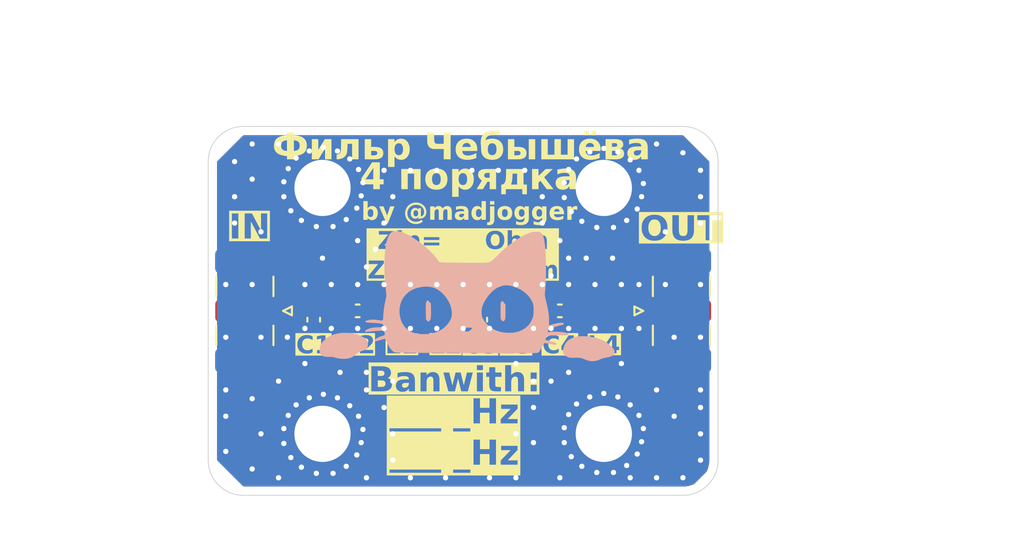
<source format=kicad_pcb>
(kicad_pcb (version 20241229) (generator "pcbnew") (generator_version "9.0")
  (layers (0 "F.Cu" signal) (2 "B.Cu" signal) (13 "F.Paste" user) (15 "B.Paste" user) (5 "F.SilkS" user "F.Silkscreen") (7 "B.SilkS" user "B.Silkscreen") (1 "F.Mask" user) (3 "B.Mask" user) (25 "Edge.Cuts" user))
  (net 0 "")
  (net 1 "Earth")
  (net 2 "Net-(J1-In)")
  (net 3 "Net-(C2-Pad2)")
  (net 4 "Net-(C3-Pad1)")
  (net 5 "Net-(C4-Pad2)")
  (net 6 "Net-(J2-In)")
  (footprint "Capacitor_SMD:C_0402_1005Metric" (layer "F.Cu") (at 176.5 109.5 -90)
    (property "Reference" "C1" (at 1.5 0 0) (layer "F.SilkS" knockout) (effects (font (thickness 0.15) (bold yes))))
    (property "Value" "2.7pF")
    (fp_line (start -0.107836 0.36) (end 0.107836 0.36) (stroke (width 0.12)) (layer "F.SilkS"))
    (fp_line (start -0.107836 -0.36) (end 0.107836 -0.36) (stroke (width 0.12)) (layer "F.SilkS"))
    (pad "1" smd roundrect (at -0.48 0 270) (size 0.56 0.62) (layers "F.Cu" "F.Mask" "F.Paste") (net 2 "Net-(J1-In)"))
    (pad "2" smd roundrect (at 0.48 0 270) (size 0.56 0.62) (layers "F.Cu" "F.Mask" "F.Paste") (net 1 "Earth"))
  )
  (footprint "Capacitor_SMD:C_0402_1005Metric" (layer "F.Cu") (at 179 109)
    (property "Reference" "C2" (at 0 2 180) (layer "F.SilkS" knockout) (effects (font (thickness 0.15) (bold yes))))
    (property "Value" "110pF")
    (fp_line (start -0.107836 -0.36) (end 0.107836 -0.36) (stroke (width 0.12)) (layer "F.SilkS"))
    (fp_line (start -0.107836 0.36) (end 0.107836 0.36) (stroke (width 0.12)) (layer "F.SilkS"))
    (pad "1" smd roundrect (at -0.48 0) (size 0.56 0.62) (layers "F.Cu" "F.Mask" "F.Paste") (net 2 "Net-(J1-In)"))
    (pad "2" smd roundrect (at 0.48 0) (size 0.56 0.62) (layers "F.Cu" "F.Mask" "F.Paste") (net 3 "Net-(C2-Pad2)"))
  )
  (footprint "Inductor_SMD:L_0402_1005Metric" (layer "F.Cu") (at 192.985 109)
    (property "Reference" "L4" (at 0.015 2 0) (layer "F.SilkS" knockout) (effects (font (thickness 0.15) (bold yes))))
    (property "Value" "6.8nH")
    (pad "1" smd roundrect (at -0.485 0) (size 0.59 0.64) (layers "F.Cu" "F.Mask" "F.Paste") (net 5 "Net-(C4-Pad2)"))
    (pad "2" smd roundrect (at 0.485 0) (size 0.59 0.64) (layers "F.Cu" "F.Mask" "F.Paste") (net 6 "Net-(J2-In)"))
  )
  (footprint "Connector_Coaxial:SMA_Samtec_SMA-J-P-H-ST-EM1_EdgeMount" (layer "F.Cu") (at 197.5 109)
    (property "Reference" "J2" (hide yes))
    (property "Value" "Conn_Coaxial")
    (fp_line (start -2.76 -0.25) (end -2.76 0.25) (stroke (width 0.12)) (layer "F.SilkS"))
    (fp_line (start -2.76 0.25) (end -2.26 0) (stroke (width 0.12)) (layer "F.SilkS"))
    (fp_line (start -2.26 0) (end -2.76 -0.25) (stroke (width 0.12)) (layer "F.SilkS"))
    (fp_line (start -1.71 -0.84) (end -1.71 -1.95) (stroke (width 0.12)) (layer "F.SilkS"))
    (fp_line (start -1.71 1.95) (end -1.71 0.84) (stroke (width 0.12)) (layer "F.SilkS"))
    (fp_line (start 1.54 -0.84) (end 1.54 -1.95) (stroke (width 0.12)) (layer "F.SilkS"))
    (fp_line (start 1.54 1.95) (end 1.54 0.84) (stroke (width 0.12)) (layer "F.SilkS"))
    (pad "1" smd roundrect (at 0 0 90) (size 1.27 3.2) (layers "F.Cu" "F.Mask") (roundrect_rratio 0.1968503937) (net 6 "Net-(J2-In)"))
    (pad "2" smd roundrect (at -0.25 -2.825 90) (size 1.35 3.7) (layers "F.Cu" "F.Mask") (roundrect_rratio 0.1851851852) (net 1 "Earth"))
    (pad "2" smd roundrect (at -0.25 -2.825 90) (size 1.35 3.7) (layers "B.Cu" "B.Mask") (roundrect_rratio 0.1851851852) (net 1 "Earth"))
    (pad "2" smd roundrect (at -0.25 2.825 90) (size 1.35 3.7) (layers "F.Cu" "F.Mask") (roundrect_rratio 0.1851851852) (net 1 "Earth"))
    (pad "2" smd roundrect (at -0.25 2.825 90) (size 1.35 3.7) (layers "B.Cu" "B.Mask") (roundrect_rratio 0.1851851852) (net 1 "Earth"))
  )
  (footprint "Inductor_SMD:L_0402_1005Metric" (layer "F.Cu") (at 181.5 109.5 -90)
    (property "Reference" "L1" (at 1.5 0 180) (layer "F.SilkS" knockout) (effects (font (thickness 0.15) (bold yes))))
    (property "Value" "430nH")
    (pad "1" smd roundrect (at -0.485 0 270) (size 0.59 0.64) (layers "F.Cu" "F.Mask" "F.Paste") (net 3 "Net-(C2-Pad2)"))
    (pad "2" smd roundrect (at 0.485 0 270) (size 0.59 0.64) (layers "F.Cu" "F.Mask" "F.Paste") (net 1 "Earth"))
  )
  (footprint "Capacitor_SMD:C_0402_1005Metric" (layer "F.Cu") (at 186 109.5 -90)
    (property "Reference" "C3" (at 1.5 0 180) (layer "F.SilkS" knockout) (effects (font (thickness 0.15) (bold yes))))
    (property "Value" "4.3pF")
    (fp_line (start -0.107836 0.36) (end 0.107836 0.36) (stroke (width 0.12)) (layer "F.SilkS"))
    (fp_line (start -0.107836 -0.36) (end 0.107836 -0.36) (stroke (width 0.12)) (layer "F.SilkS"))
    (pad "1" smd roundrect (at -0.48 0 270) (size 0.56 0.62) (layers "F.Cu" "F.Mask" "F.Paste") (net 4 "Net-(C3-Pad1)"))
    (pad "2" smd roundrect (at 0.48 0 270) (size 0.56 0.62) (layers "F.Cu" "F.Mask" "F.Paste") (net 1 "Earth"))
  )
  (footprint "Inductor_SMD:L_0402_1005Metric" (layer "F.Cu") (at 184 109)
    (property "Reference" "L2" (at 0 2 0) (layer "F.SilkS" knockout) (effects (font (thickness 0.15) (bold yes))))
    (property "Value" "11nH")
    (pad "1" smd roundrect (at -0.485 0) (size 0.59 0.64) (layers "F.Cu" "F.Mask" "F.Paste") (net 3 "Net-(C2-Pad2)"))
    (pad "2" smd roundrect (at 0.485 0) (size 0.59 0.64) (layers "F.Cu" "F.Mask" "F.Paste") (net 4 "Net-(C3-Pad1)"))
  )
  (footprint "Capacitor_SMD:C_0402_1005Metric" (layer "F.Cu") (at 190.5 109)
    (property "Reference" "C4" (at 0 2 0) (layer "F.SilkS" knockout) (effects (font (thickness 0.15) (bold yes))))
    (property "Value" "110pF")
    (fp_line (start -0.107836 -0.36) (end 0.107836 -0.36) (stroke (width 0.12)) (layer "F.SilkS"))
    (fp_line (start -0.107836 0.36) (end 0.107836 0.36) (stroke (width 0.12)) (layer "F.SilkS"))
    (pad "1" smd roundrect (at -0.48 0) (size 0.56 0.62) (layers "F.Cu" "F.Mask" "F.Paste") (net 4 "Net-(C3-Pad1)"))
    (pad "2" smd roundrect (at 0.48 0) (size 0.56 0.62) (layers "F.Cu" "F.Mask" "F.Paste") (net 5 "Net-(C4-Pad2)"))
  )
  (footprint "MountingHole:MountingHole_3.2mm_M3_DIN965_Pad_TopBottom" (layer "F.Cu") (at 177 102 180)
    (property "Reference" "H2" (hide yes))
    (property "Value" "MountingHole_M3_3.2mm_Pad")
    (pad "1" thru_hole circle (at 0 0 180) (size 3.6 3.6) (drill 3.2) (layers "*.Cu" "*.Mask") (net 1 "Earth"))
    (pad "1" connect circle (at 0 0 180) (size 5.6 5.6) (layers "F.Cu" "F.Mask") (net 1 "Earth"))
    (pad "1" connect circle (at 0 0 180) (size 5.6 5.6) (layers "B.Cu" "B.Mask") (net 1 "Earth"))
  )
  (footprint "MountingHole:MountingHole_3.2mm_M3_DIN965_Pad_TopBottom" (layer "F.Cu") (at 193 102 180)
    (property "Reference" "H4" (hide yes))
    (property "Value" "MountingHole:MountingHole_3.2mm_M3_DIN965_Pad_TopBottom")
    (pad "1" thru_hole circle (at 0 0 180) (size 3.6 3.6) (drill 3.2) (layers "*.Cu" "*.Mask") (net 1 "Earth"))
    (pad "1" connect circle (at 0 0 180) (size 5.6 5.6) (layers "F.Cu" "F.Mask") (net 1 "Earth"))
    (pad "1" connect circle (at 0 0 180) (size 5.6 5.6) (layers "B.Cu" "B.Mask") (net 1 "Earth"))
  )
  (footprint "MountingHole:MountingHole_3.2mm_M3_DIN965_Pad_TopBottom" (layer "F.Cu") (at 193 116 180)
    (property "Reference" "H3" (hide yes))
    (property "Value" "MountingHole_M3_3.2mm_Pad")
    (pad "1" thru_hole circle (at 0 0 180) (size 3.6 3.6) (drill 3.2) (layers "*.Cu" "*.Mask") (net 1 "Earth"))
    (pad "1" connect circle (at 0 0 180) (size 5.6 5.6) (layers "F.Cu" "F.Mask") (net 1 "Earth"))
    (pad "1" connect circle (at 0 0 180) (size 5.6 5.6) (layers "B.Cu" "B.Mask") (net 1 "Earth"))
  )
  (footprint "Inductor_SMD:L_0402_1005Metric" (layer "F.Cu") (at 188 109.485 -90)
    (property "Reference" "L3" (at 1.515 0 180) (layer "F.SilkS" knockout) (effects (font (thickness 0.15) (bold yes))))
    (property "Value" "270nH")
    (pad "1" smd roundrect (at -0.485 0 270) (size 0.59 0.64) (layers "F.Cu" "F.Mask" "F.Paste") (net 4 "Net-(C3-Pad1)"))
    (pad "2" smd roundrect (at 0.485 0 270) (size 0.59 0.64) (layers "F.Cu" "F.Mask" "F.Paste") (net 1 "Earth"))
  )
  (footprint "MountingHole:MountingHole_3.2mm_M3_DIN965_Pad_TopBottom" (layer "F.Cu") (at 177 116 180)
    (property "Reference" "H1" (hide yes))
    (property "Value" "MountingHole_M3_3.2mm_Pad")
    (pad "1" thru_hole circle (at 0 0 180) (size 3.6 3.6) (drill 3.2) (layers "*.Cu" "*.Mask") (net 1 "Earth"))
    (pad "1" connect circle (at 0 0 180) (size 5.6 5.6) (layers "F.Cu" "F.Mask") (net 1 "Earth"))
    (pad "1" connect circle (at 0 0 180) (size 5.6 5.6) (layers "B.Cu" "B.Mask") (net 1 "Earth"))
  )
  (footprint "Connector_Coaxial:SMA_Samtec_SMA-J-P-H-ST-EM1_EdgeMount" (layer "F.Cu") (at 172.5 109 180)
    (property "Reference" "J1" (hide yes))
    (property "Value" "Conn_Coaxial")
    (fp_line (start 1.54 1.95) (end 1.54 0.84) (stroke (width 0.12)) (layer "F.SilkS"))
    (fp_line (start 1.54 -0.84) (end 1.54 -1.95) (stroke (width 0.12)) (layer "F.SilkS"))
    (fp_line (start -1.71 1.95) (end -1.71 0.84) (stroke (width 0.12)) (layer "F.SilkS"))
    (fp_line (start -1.71 -0.84) (end -1.71 -1.95) (stroke (width 0.12)) (layer "F.SilkS"))
    (fp_line (start -2.26 0) (end -2.76 -0.25) (stroke (width 0.12)) (layer "F.SilkS"))
    (fp_line (start -2.76 0.25) (end -2.26 0) (stroke (width 0.12)) (layer "F.SilkS"))
    (fp_line (start -2.76 -0.25) (end -2.76 0.25) (stroke (width 0.12)) (layer "F.SilkS"))
    (pad "1" smd roundrect (at 0 0 270) (size 1.27 3.2) (layers "F.Cu" "F.Mask") (roundrect_rratio 0.1968503937) (net 2 "Net-(J1-In)"))
    (pad "2" smd roundrect (at -0.25 -2.825 270) (size 1.35 3.7) (layers "F.Cu" "F.Mask") (roundrect_rratio 0.1851851852) (net 1 "Earth"))
    (pad "2" smd roundrect (at -0.25 -2.825 270) (size 1.35 3.7) (layers "B.Cu" "B.Mask") (roundrect_rratio 0.1851851852) (net 1 "Earth"))
    (pad "2" smd roundrect (at -0.25 2.825 270) (size 1.35 3.7) (layers "F.Cu" "F.Mask") (roundrect_rratio 0.1851851852) (net 1 "Earth"))
    (pad "2" smd roundrect (at -0.25 2.825 270) (size 1.35 3.7) (layers "B.Cu" "B.Mask") (roundrect_rratio 0.1851851852) (net 1 "Earth"))
  )
  (footprint "LOGO" (layer "B.Cu") (at 185.5 108.5 180)
    (property "Reference" "G***" (hide yes))
    (property "Value" "LOGO" (hide yes))
    (fp_poly (pts (xy -1.712694 0.049326) (xy -1.682446 0.021801) (xy -1.631367 -0.029239) (xy -1.625191 -0.431946) (xy -1.623908 -0.557483) (xy -1.623898 -0.67525) (xy -1.625066 -0.778118) (xy -1.627322 -0.858957) (xy -1.630573 -0.910638) (xy -1.631453 -0.917654) (xy -1.654039 -0.992095) (xy -1.692998 -1.049071) (xy -1.741696 -1.083098) (xy -1.793502 -1.08869) (xy -1.823156 -1.076221) (xy -1.845523 -1.050878) (xy -1.872269 -1.007413) (xy -1.875322 -1.001576) (xy -1.885959 -0.975201) (xy -1.89394 -0.939715) (xy -1.899618 -0.889828) (xy -1.903343 -0.820251) (xy -1.905468 -0.725697) (xy -1.906343 -0.600876) (xy -1.906423 -0.533543) (xy -1.906423 -0.126219) (xy -1.849515 -0.069311) (xy -1.814201 -0.030063) (xy -1.794256 -0.000267) (xy -1.792607 0.005703) (xy -1.779547 0.031547) (xy -1.763066 0.048326) (xy -1.739054 0.060318)) (fill yes) (layer "B.SilkS"))
    (fp_poly (pts (xy 2.559592 0.062006) (xy 2.581063 0.033933) (xy 2.597717 0.000422) (xy 2.610039 -0.043229) (xy 2.618516 -0.101722) (xy 2.623633 -0.179759) (xy 2.625875 -0.282041) (xy 2.625728 -0.413271) (xy 2.623937 -0.561125) (xy 2.617774 -0.970496) (xy 2.564643 -1.040102) (xy 2.530388 -1.081527) (xy 2.504727 -1.106409) (xy 2.49825 -1.109637) (xy 2.474719 -1.10056) (xy 2.433837 -1.078297) (xy 2.425327 -1.073187) (xy 2.392216 -1.048889) (xy 2.370732 -1.018346) (xy 2.355412 -0.970549) (xy 2.343007 -0.907276) (xy 2.334093 -0.829978) (xy 2.328256 -0.720826) (xy 2.325696 -0.585795) (xy 2.326612 -0.430862) (xy 2.326792 -0.420504) (xy 2.329305 -0.295142) (xy 2.332092 -0.202304) (xy 2.335777 -0.136579) (xy 2.340989 -0.092554) (xy 2.348353 -0.064816) (xy 2.358496 -0.047952) (xy 2.371172 -0.037147) (xy 2.404009 -0.01309) (xy 2.43043 0.012058) (xy 2.463291 0.051049) (xy 2.475565 0.066393) (xy 2.513327 0.113817)) (fill yes) (layer "B.SilkS"))
    (fp_poly (pts (xy -6.122278 -1.945964) (xy -6.000915 -1.955903) (xy -5.908962 -1.970935) (xy -5.791871 -2.008009) (xy -5.664383 -2.064152) (xy -5.542732 -2.131414) (xy -5.451597 -2.194932) (xy -5.358047 -2.292296) (xy -5.280155 -2.418759) (xy -5.221412 -2.567487) (xy -5.188512 -2.710202) (xy -5.178755 -2.797429) (xy -5.184743 -2.864195) (xy -5.210746 -2.922512) (xy -5.26103 -2.984389) (xy -5.29987 -3.023597) (xy -5.372445 -3.085967) (xy -5.446991 -3.130007) (xy -5.53121 -3.157795) (xy -5.632801 -3.171414) (xy -5.759462 -3.172942) (xy -5.83999 -3.169529) (xy -5.983946 -3.164732) (xy -6.101494 -3.169308) (xy -6.203395 -3.185034) (xy -6.300411 -3.213689) (xy -6.403303 -3.257049) (xy -6.421136 -3.265521) (xy -6.538528 -3.313328) (xy -6.652658 -3.344329) (xy -6.686707 -3.349886) (xy -6.752129 -3.357958) (xy -6.802327 -3.362198) (xy -6.849694 -3.362562) (xy -6.906621 -3.359007) (xy -6.9855 -3.351489) (xy -7.012464 -3.348744) (xy -7.131653 -3.325591) (xy -7.254982 -3.277874) (xy -7.278035 -3.266701) (xy -7.37209 -3.225634) (xy -7.474642 -3.193457) (xy -7.598699 -3.16628) (xy -7.636532 -3.159474) (xy -7.788752 -3.129015) (xy -7.906654 -3.095219) (xy -7.993848 -3.055587) (xy -8.053945 -3.007623) (xy -8.090556 -2.948827) (xy -8.107293 -2.876703) (xy -8.10934 -2.832427) (xy -8.102804 -2.769571) (xy -8.080377 -2.709698) (xy -8.037653 -2.644992) (xy -7.970225 -2.567638) (xy -7.945507 -2.541812) (xy -7.750722 -2.368282) (xy -7.531812 -2.223808) (xy -7.289369 -2.108665) (xy -7.023985 -2.023128) (xy -6.736254 -1.967471) (xy -6.696192 -1.962318) (xy -6.558701 -1.949602) (xy -6.410799 -1.942708) (xy -6.262116 -1.94153)) (fill yes) (layer "B.SilkS"))
    (fp_poly (pts (xy 7.51722 -1.769342) (xy 7.748398 -1.810929) (xy 7.95392 -1.875996) (xy 8.010031 -1.900016) (xy 8.20256 -2.005026) (xy 8.366378 -2.130163) (xy 8.499281 -2.273474) (xy 8.588634 -2.412544) (xy 8.623201 -2.481084) (xy 8.644235 -2.534681) (xy 8.65507 -2.587631) (xy 8.65904 -2.654231) (xy 8.659522 -2.7164) (xy 8.658604 -2.799255) (xy 8.654112 -2.855393) (xy 8.643438 -2.896023) (xy 8.623971 -2.932356) (xy 8.601998 -2.963576) (xy 8.552023 -3.022501) (xy 8.497239 -3.065154) (xy 8.430667 -3.093893) (xy 8.345327 -3.11108) (xy 8.234241 -3.119073) (xy 8.138043 -3.120463) (xy 8.030508 -3.121363) (xy 7.95006 -3.125) (xy 7.885872 -3.132778) (xy 7.827117 -3.146101) (xy 7.762966 -3.166373) (xy 7.750417 -3.170725) (xy 7.631268 -3.201733) (xy 7.489479 -3.221976) (xy 7.337778 -3.230981) (xy 7.188892 -3.228275) (xy 7.055548 -3.213387) (xy 6.990216 -3.198947) (xy 6.871343 -3.160692) (xy 6.780421 -3.118183) (xy 6.707471 -3.066199) (xy 6.67226 -3.032581) (xy 6.547328 -2.923993) (xy 6.40475 -2.836422) (xy 6.256482 -2.776883) (xy 6.220027 -2.767224) (xy 6.112327 -2.735621) (xy 6.03536 -2.696406) (xy 5.981991 -2.644242) (xy 5.945082 -2.573796) (xy 5.93911 -2.557226) (xy 5.912301 -2.430552) (xy 5.921765 -2.311011) (xy 5.968109 -2.195378) (xy 6.022209 -2.115803) (xy 6.069489 -2.06675) (xy 6.134003 -2.020446) (xy 6.224124 -1.971167) (xy 6.257312 -1.954992) (xy 6.340459 -1.916719) (xy 6.419788 -1.882704) (xy 6.483372 -1.857956) (xy 6.506497 -1.850342) (xy 6.624298 -1.81743) (xy 6.718458 -1.794197) (xy 6.801326 -1.778313) (xy 6.885246 -1.767443) (xy 6.982567 -1.759256) (xy 6.992179 -1.758587) (xy 7.263957 -1.751729)) (fill yes) (layer "B.SilkS"))
    (fp_poly (pts (xy 4.419144 4.035725) (xy 4.505853 4.017816) (xy 4.543166 4.00148) (xy 4.622185 3.937072) (xy 4.695399 3.843614) (xy 4.756678 3.729994) (xy 4.788325 3.645998) (xy 4.811793 3.572217) (xy 4.833137 3.506959) (xy 4.84796 3.46365) (xy 4.848594 3.461912) (xy 4.871387 3.381288) (xy 4.893394 3.268436) (xy 4.914061 3.129067) (xy 4.932836 2.968893) (xy 4.949164 2.793622) (xy 4.962492 2.608967) (xy 4.972266 2.420638) (xy 4.977933 2.234345) (xy 4.979155 2.115086) (xy 4.978202 1.95142) (xy 4.974671 1.789938) (xy 4.968198 1.624175) (xy 4.958414 1.447669) (xy 4.944955 1.253955) (xy 4.927455 1.03657) (xy 4.905546 0.78905) (xy 4.901619 0.746351) (xy 4.863675 0.335569) (xy 4.903424 0.1583) (xy 4.923508 0.069174) (xy 4.943014 -0.01664) (xy 4.958741 -0.085079) (xy 4.96323 -0.104331) (xy 4.97982 -0.189358) (xy 4.997046 -0.302769) (xy 5.013787 -0.435047) (xy 5.028919 -0.576678) (xy 5.04132 -0.718147) (xy 5.048807 -0.82991) (xy 5.053179 -0.921942) (xy 5.058353 -0.985867) (xy 5.070292 -1.025798) (xy 5.094961 -1.045848) (xy 5.138325 -1.050131) (xy 5.206348 -1.042761) (xy 5.304996 -1.027851) (xy 5.330395 -1.024113) (xy 5.483779 -1.005258) (xy 5.611868 -0.997841) (xy 5.725534 -1.001841) (xy 5.83565 -1.017237) (xy 5.86504 -1.023104) (xy 5.953069 -1.042566) (xy 6.010186 -1.058424) (xy 6.042855 -1.073595) (xy 6.057538 -1.090995) (xy 6.060716 -1.111376) (xy 6.058979 -1.127115) (xy 6.050772 -1.139495) (xy 6.031602 -1.149251) (xy 5.996976 -1.157119) (xy 5.942401 -1.163835) (xy 5.863384 -1.170135) (xy 5.755431 -1.176755) (xy 5.614936 -1.184383) (xy 5.452913 -1.194022) (xy 5.324637 -1.204446) (xy 5.225916 -1.21655) (xy 5.15256 -1.231227) (xy 5.100377 -1.249374) (xy 5.065176 -1.271885) (xy 5.042764 -1.299654) (xy 5.038729 -1.307397) (xy 5.022627 -1.347141) (xy 5.020533 -1.376762) (xy 5.036594 -1.398054) (xy 5.074954 -1.41281) (xy 5.139759 -1.422824) (xy 5.235155 -1.429891) (xy 5.332391 -1.434465) (xy 5.437943 -1.439613) (xy 5.535204 -1.445733) (xy 5.615374 -1.452173) (xy 5.669653 -1.458281) (xy 5.681329 -1.460309) (xy 5.794346 -1.489551) (xy 5.896176 -1.525802) (xy 5.980944 -1.566067) (xy 6.042774 -1.607351) (xy 6.075791 -1.64666) (xy 6.079686 -1.663322) (xy 6.077041 -1.684741) (xy 6.063372 -1.695233) (xy 6.030074 -1.696775) (xy 5.968543 -1.691342) (xy 5.961127 -1.690558) (xy 5.797343 -1.673459) (xy 5.661725 -1.660121) (xy 5.544775 -1.649738) (xy 5.436998 -1.641504) (xy 5.328896 -1.634612) (xy 5.252683 -1.630403) (xy 5.004246 -1.617334) (xy 4.975438 -1.731695) (xy 4.962447 -1.795621) (xy 4.957753 -1.846358) (xy 4.961213 -1.869649) (xy 4.985712 -1.885561) (xy 5.03677 -1.905606) (xy 5.1039 -1.925739) (xy 5.112194 -1.927882) (xy 5.203587 -1.95783) (xy 5.30429 -2.001188) (xy 5.384341 -2.043625) (xy 5.454927 -2.088145) (xy 5.497842 -2.122312) (xy 5.519598 -2.152242) (xy 5.526091 -2.176816) (xy 5.525256 -2.207184) (xy 5.510828 -2.224173) (xy 5.477753 -2.227951) (xy 5.420978 -2.218685) (xy 5.335447 -2.196542) (xy 5.293435 -2.18452) (xy 5.164474 -2.148114) (xy 5.059164 -2.120597) (xy 4.981512 -2.102952) (xy 4.935522 -2.096161) (xy 4.933145 -2.096116) (xy 4.91325 -2.113347) (xy 4.885657 -2.161258) (xy 4.853516 -2.234171) (xy 4.846297 -2.252613) (xy 4.810307 -2.34129) (xy 4.770193 -2.432295) (xy 4.73376 -2.50803) (xy 4.728714 -2.517706) (xy 4.677352 -2.599998) (xy 4.611819 -2.684104) (xy 4.540147 -2.761406) (xy 4.470367 -2.823283) (xy 4.410511 -2.861118) (xy 4.407493 -2.862402) (xy 4.395047 -2.86547) (xy 4.372224 -2.868332) (xy 4.337611 -2.871003) (xy 4.289798 -2.873494) (xy 4.227375 -2.875819) (xy 4.148929 -2.877992) (xy 4.053051 -2.880026) (xy 3.938329 -2.881933) (xy 3.803353 -2.883727) (xy 3.646711 -2.885421) (xy 3.466993 -2.887028) (xy 3.262788 -2.888562) (xy 3.032684 -2.890035) (xy 2.775271 -2.891461) (xy 2.489138 -2.892853) (xy 2.172874 -2.894224) (xy 1.825068 -2.895587) (xy 1.444309 -2.896955) (xy 1.029187 -2.898342) (xy 0.578289 -2.899761) (xy 0.322479 -2.900536) (xy -0.142641 -2.901905) (xy -0.571293 -2.90311) (xy -0.964945 -2.904146) (xy -1.325068 -2.905007) (xy -1.653132 -2.905688) (xy -1.950605 -2.906182) (xy -2.218958 -2.906484) (xy -2.45966 -2.906588) (xy -2.674182 -2.906489) (xy -2.863992 -2.90618) (xy -3.030561 -2.905656) (xy -3.175358 -2.904912) (xy -3.299852 -2.903941) (xy -3.405514 -2.902738) (xy -3.493814 -2.901297) (xy -3.56622 -2.899612) (xy -3.624203 -2.897678) (xy -3.669232 -2.895489) (xy -3.702777 -2.89304) (xy -3.726307 -2.890323) (xy -3.741293 -2.887335) (xy -3.748215 -2.88469) (xy -3.790041 -2.854157) (xy -3.832947 -2.807436) (xy -3.880378 -2.739666) (xy -3.935781 -2.645983) (xy -3.994167 -2.537673) (xy -4.0361 -2.460212) (xy -4.073389 -2.396026) (xy -4.101757 -2.35218) (xy -4.116254 -2.335897) (xy -4.146804 -2.334911) (xy -4.208271 -2.34134) (xy -4.294569 -2.354228) (xy -4.39961 -2.372617) (xy -4.517308 -2.395552) (xy -4.582698 -2.409215) (xy -4.680496 -2.427499) (xy -4.747166 -2.432801) (xy -4.787433 -2.424547) (xy -4.806023 -2.402161) (xy -4.808738 -2.381689) (xy -4.798386 -2.3475) (xy -4.764533 -2.317468) (xy -4.702983 -2.28933) (xy -4.609538 -2.260827) (xy -4.562136 -2.248778) (xy -4.480718 -2.22838) (xy -4.40662 -2.208919) (xy -4.352744 -2.193809) (xy -4.342642 -2.190696) (xy -4.287238 -2.177128) (xy -4.242457 -2.171994) (xy -4.204575 -2.160644) (xy -4.189673 -2.143707) (xy -4.18936 -2.106611) (xy -4.202947 -2.051302) (xy -4.225271 -1.991518) (xy -4.251168 -1.940995) (xy -4.275477 -1.913474) (xy -4.276354 -1.913041) (xy -4.302245 -1.909407) (xy -4.361106 -1.905774) (xy -4.447967 -1.902302) (xy -4.557859 -1.899148) (xy -4.685813 -1.896473) (xy -4.826859 -1.894433) (xy -4.874236 -1.893938) (xy -5.018135 -1.892278) (xy -5.150268 -1.890185) (xy -5.265724 -1.887782) (xy -5.35959 -1.88519) (xy -5.426955 -1.882534) (xy -5.462906 -1.879936) (xy -5.467029 -1.879117) (xy -5.489304 -1.854665) (xy -5.484583 -1.818669) (xy -5.464733 -1.793893) (xy -5.413331 -1.767049) (xy -5.330835 -1.742731) (xy -5.224045 -1.721631) (xy -5.09976 -1.704442) (xy -4.964782 -1.691859) (xy -4.825911 -1.684573) (xy -4.689946 -1.683277) (xy -4.563687 -1.688666) (xy -4.496723 -1.695234) (xy -4.405907 -1.704852) (xy -4.347492 -1.705389) (xy -4.316588 -1.694762) (xy -4.308309 -1.670893) (xy -4.317767 -1.631702) (xy -4.321761 -1.620769) (xy -4.343795 -1.586809) (xy -4.386393 -1.552824) (xy -4.453528 -1.516713) (xy -4.549175 -1.476378) (xy -4.677308 -1.429719) (xy -4.694922 -1.423641) (xy -4.797003 -1.388807) (xy -4.87196 -1.364077) (xy -4.928468 -1.346985) (xy -4.975197 -1.335066) (xy -5.020821 -1.325853) (xy -5.065642 -1.318238) (xy -5.147216 -1.298619) (xy -5.202257 -1.272472) (xy -5.228109 -1.24299) (xy -5.222116 -1.213365) (xy -5.181622 -1.186789) (xy -5.176653 -1.18483) (xy -5.126086 -1.177229) (xy -5.047592 -1.179166) (xy -4.949557 -1.18919) (xy -4.840367 -1.20585) (xy -4.728407 -1.227694) (xy -4.622064 -1.25327) (xy -4.529721 -1.281127) (xy -4.462463 -1.308451) (xy -4.419536 -1.325151) (xy -4.391417 -1.327707) (xy -4.390197 -1.327105) (xy -4.384794 -1.305342) (xy -4.382389 -1.25405) (xy -4.383152 -1.181533) (xy -4.385927 -1.11781) (xy -4.388166 -0.953986) (xy -4.37668 -0.774233) (xy -4.350885 -0.574376) (xy -4.334427 -0.483719) (xy -3.506448 -0.483719) (xy -3.504466 -0.598536) (xy -3.500571 -0.68447) (xy -3.493674 -0.750568) (xy -3.482685 -0.805877) (xy -3.466515 -0.859444) (xy -3.458475 -0.882076) (xy -3.387665 -1.051165) (xy -3.307545 -1.192364) (xy -3.212178 -1.315572) (xy -3.174065 -1.35631) (xy -3.012306 -1.494911) (xy -2.827597 -1.60449) (xy -2.62218 -1.684397) (xy -2.398291 -1.733983) (xy -2.158169 -1.752597) (xy -1.904054 -1.73959) (xy -1.868484 -1.735336) (xy -1.750474 -1.718071) (xy -1.645512 -1.698523) (xy -1.561615 -1.678394) (xy -1.506803 -1.659389) (xy -1.503581 -1.657797) (xy -1.464691 -1.643324) (xy -1.448296 -1.640851) (xy -1.411123 -1.631276) (xy -1.350858 -1.605619) (xy -1.276212 -1.568482) (xy -1.195898 -1.524465) (xy -1.13586 -1.488496) (xy -0.009485 -1.488496) (xy 0.005076 -1.516472) (xy 0.042498 -1.556223) (xy 0.093388 -1.599548) (xy 0.148352 -1.638243) (xy 0.185592 -1.658828) (xy 0.260774 -1.682057) (xy 0.32742 -1.674037) (xy 0.393216 -1.632789) (xy 0.431655 -1.595405) (xy 0.476354 -1.544047) (xy 0.497318 -1.507474) (xy 0.491722 -1.482984) (xy 0.45674 -1.467873) (xy 0.389549 -1.45944) (xy 0.287322 -1.45498) (xy 0.284807 -1.45491) (xy 0.164251 -1.453232) (xy 0.078043 -1.45611) (xy 0.022822 -1.463926) (xy -0.004772 -1.477065) (xy -0.009485 -1.488496) (xy -1.13586 -1.488496) (xy -1.118628 -1.478172) (xy -1.053113 -1.434203) (xy -1.043316 -1.426947) (xy -0.87256 -1.278895) (xy -0.731557 -1.116036) (xy -0.62365 -0.942432) (xy -0.595265 -0.882076) (xy -0.565757 -0.782395) (xy -0.559033 -0.730115) (xy 1.143107 -0.730115) (xy 1.150896 -0.796713) (xy 1.170311 -0.866828) (xy 1.199809 -0.946879) (xy 1.234567 -1.02614) (xy 1.269759 -1.093884) (xy 1.30056 -1.139383) (xy 1.308656 -1.147455) (xy 1.332788 -1.177791) (xy 1.337341 -1.193618) (xy 1.350727 -1.218207) (xy 1.386584 -1.261026) (xy 1.438463 -1.315751) (xy 1.499912 -1.376059) (xy 1.564482 -1.435626) (xy 1.625721 -1.488129) (xy 1.677179 -1.527245) (xy 1.67879 -1.528339) (xy 1.787351 -1.596447) (xy 1.89847 -1.654265) (xy 2.024093 -1.707443) (xy 2.162509 -1.757044) (xy 2.267456 -1.783718) (xy 2.39892 -1.803819) (xy 2.547875 -1.817188) (xy 2.705298 -1.823666) (xy 2.862165 -1.823095) (xy 3.00945 -1.815316) (xy 3.13813 -1.800171) (xy 3.239181 -1.777502) (xy 3.243764 -1.776032) (xy 3.445774 -1.696323) (xy 3.616031 -1.599154) (xy 3.757423 -1.482529) (xy 3.872839 -1.344454) (xy 3.876444 -1.339208) (xy 3.989202 -1.141024) (xy 4.06717 -0.927797) (xy 4.110362 -0.699473) (xy 4.118789 -0.455997) (xy 4.109025 -0.319481) (xy 4.068016 -0.108452) (xy 3.992647 0.091084) (xy 3.885752 0.274883) (xy 3.750165 0.438695) (xy 3.588719 0.578275) (xy 3.452465 0.664451) (xy 3.344772 0.720771) (xy 3.251916 0.762523) (xy 3.160473 0.79445) (xy 3.057022 0.821297) (xy 2.940291 0.845474) (xy 2.712202 0.877418) (xy 2.503912 0.880473) (xy 2.310201 0.854268) (xy 2.125851 0.798436) (xy 2.094383 0.785684) (xy 1.925094 0.696053) (xy 1.761032 0.574093) (xy 1.606934 0.42541) (xy 1.467534 0.255611) (xy 1.347569 0.070303) (xy 1.251773 -0.124908) (xy 1.198456 -0.275056) (xy 1.172119 -0.385221) (xy 1.153372 -0.505938) (xy 1.14333 -0.624979) (xy 1.143107 -0.730115) (xy -0.559033 -0.730115) (xy -0.549936 -0.659384) (xy -0.547798 -0.525094) (xy -0.559339 -0.391577) (xy -0.584557 -0.270885) (xy -0.595451 -0.237117) (xy -0.676493 -0.04671) (xy -0.780608 0.14111) (xy -0.902956 0.320402) (xy -1.038696 0.485225) (xy -1.182987 0.629638) (xy -1.330989 0.747698) (xy -1.461167 0.825428) (xy -1.639249 0.901019) (xy -1.807619 0.944416) (xy -1.974845 0.956673) (xy -2.149494 0.938842) (xy -2.235795 0.920557) (xy -2.496263 0.840576) (xy -2.733052 0.733007) (xy -2.944772 0.598812) (xy -3.130035 0.438953) (xy -3.287452 0.254393) (xy -3.364074 0.138699) (xy -3.418665 0.041161) (xy -3.457985 -0.04829) (xy -3.484208 -0.139158) (xy -3.499509 -0.240948) (xy -3.506061 -0.363163) (xy -3.506448 -0.483719) (xy -4.334427 -0.483719) (xy -4.310194 -0.350235) (xy -4.254022 -0.097636) (xy -4.227854 0.009248) (xy -4.200705 0.122027) (xy -4.177276 0.227615) (xy -4.159136 0.318271) (xy -4.14785 0.386256) (xy -4.14481 0.419388) (xy -4.147069 0.466866) (xy -4.153265 0.542571) (xy -4.162522 0.637097) (xy -4.173968 0.74104) (xy -4.177446 0.770559) (xy -4.187364 0.87857) (xy -4.195576 1.018772) (xy -4.202084 1.185456) (xy -4.206887 1.372914) (xy -4.209986 1.575436) (xy -4.211383 1.787312) (xy -4.211076 2.002835) (xy -4.209067 2.216295) (xy -4.205356 2.421983) (xy -4.199944 2.61419) (xy -4.192831 2.787207) (xy -4.184018 2.935324) (xy -4.177253 3.016844) (xy -4.155528 3.226586) (xy -4.133525 3.401952) (xy -4.110246 3.546496) (xy -4.084692 3.663776) (xy -4.055865 3.757347) (xy -4.022767 3.830763) (xy -3.984399 3.887582) (xy -3.939763 3.931358) (xy -3.915503 3.948991) (xy -3.876573 3.973084) (xy -3.840873 3.98862) (xy -3.798609 3.997463) (xy -3.739982 4.001476) (xy -3.655199 4.002522) (xy -3.634022 4.00254) (xy -3.533124 4.000487) (xy -3.447158 3.992641) (xy -3.366866 3.976475) (xy -3.282991 3.949459) (xy -3.186275 3.909064) (xy -3.067461 3.85276) (xy -3.044586 3.841517) (xy -2.898095 3.767189) (xy -2.76596 3.695042) (xy -2.639527 3.61969) (xy -2.510144 3.535749) (xy -2.369158 3.437832) (xy -2.209933 3.322046) (xy -2.101077 3.23994) (xy -1.999978 3.159582) (xy -1.900524 3.075574) (xy -1.796601 2.98252) (xy -1.682097 2.875022) (xy -1.550897 2.747685) (xy -1.479612 2.677354) (xy -1.379505 2.578237) (xy -1.302197 2.502075) (xy -1.243517 2.445139) (xy -1.199292 2.403704) (xy -1.165352 2.37404) (xy -1.137526 2.352422) (xy -1.111641 2.335121) (xy -1.083527 2.318409) (xy -1.067822 2.309392) (xy -1.039675 2.294237) (xy -1.00998 2.281147) (xy -0.975952 2.270002) (xy -0.934806 2.26068) (xy -0.883755 2.253061) (xy -0.820014 2.247023) (xy -0.740797 2.242445) (xy -0.643318 2.239206) (xy -0.524792 2.237185) (xy -0.382434 2.23626) (xy -0.213457 2.236311) (xy -0.015075 2.237216) (xy 0.215496 2.238855) (xy 0.481043 2.241106) (xy 0.498892 2.241264) (xy 0.751293 2.243547) (xy 0.968547 2.245644) (xy 1.153444 2.247654) (xy 1.308774 2.249679) (xy 1.437328 2.251819) (xy 1.541896 2.254174) (xy 1.625269 2.256846) (xy 1.690236 2.259934) (xy 1.739589 2.26354) (xy 1.776117 2.267763) (xy 1.802611 2.272705) (xy 1.821861 2.278466) (xy 1.836658 2.285146) (xy 1.844772 2.289766) (xy 1.884625 2.317268) (xy 1.905515 2.338581) (xy 1.906422 2.341658) (xy 1.91304 2.357695) (xy 1.934606 2.389777) (xy 1.973689 2.441324) (xy 2.032856 2.515752) (xy 2.092507 2.589321) (xy 2.143175 2.647417) (xy 2.214949 2.724313) (xy 2.300982 2.813158) (xy 2.394425 2.9071) (xy 2.488433 2.999288) (xy 2.576157 3.082872) (xy 2.650751 3.151001) (xy 2.674682 3.171798) (xy 2.836309 3.303253) (xy 3.008818 3.432444) (xy 3.187171 3.556332) (xy 3.366329 3.671881) (xy 3.541256 3.776051) (xy 3.706911 3.865805) (xy 3.858258 3.938106) (xy 3.990258 3.989916) (xy 4.068932 4.012473) (xy 4.191427 4.033269) (xy 4.31125 4.040948)) (fill yes) (layer "B.SilkS"))
  )
  (gr_line (start 197.5 119.5) (end 172.5 119.5) (stroke (width 0.05)) (layer "Edge.Cuts"))
  (gr_line (start 172.5 98.5) (end 197.5 98.5) (stroke (width 0.05)) (layer "Edge.Cuts"))
  (gr_arc (start 197.5 98.5) (mid 198.914214 99.085786) (end 199.5 100.5) (stroke (width 0.05)) (layer "Edge.Cuts"))
  (gr_arc (start 199.5 117.5) (mid 198.914214 118.914214) (end 197.5 119.5) (stroke (width 0.05)) (layer "Edge.Cuts"))
  (gr_arc (start 170.5 100.5) (mid 171.085786 99.085786) (end 172.5 98.5) (stroke (width 0.05)) (layer "Edge.Cuts"))
  (gr_arc (start 172.5 119.5) (mid 171.085786 118.914214) (end 170.5 117.5) (stroke (width 0.05)) (layer "Edge.Cuts"))
  (gr_line (start 199.5 100.5) (end 199.5 117.5) (stroke (width 0.05)) (layer "Edge.Cuts"))
  (gr_line (start 170.5 117.5) (end 170.5 100.5) (stroke (width 0.05)) (layer "Edge.Cuts"))
  (gr_text "Фильр Чебышёва" (at 184.9 99.75 0) (layer "F.SilkS") (effects (font (size 1.5 1.5) (thickness 0.15) (bold yes))))
  (gr_text "___ _Hz\n___ _Hz" (at 184.5 116 0) (layer "F.SilkS" knockout) (effects (font (size 1.4 1.4) (thickness 0.2) (bold yes))))
  (gr_text "OUT" (at 197.35 104.4 0) (layer "F.SilkS" knockout) (effects (font (size 1.4 1.4) (thickness 0.2) (bold yes))))
  (gr_text "4 порядка" (at 185.35 101.45 0) (layer "F.SilkS") (effects (font (size 1.5 1.5) (thickness 0.15) (bold yes))))
  (gr_text "by @madjogger" (at 185.35 103.4 0) (layer "F.SilkS") (effects (font (size 1 1) (thickness 0.2) (bold yes))))
  (gr_text "Banwith:" (at 184.5 113 0) (layer "F.SilkS" knockout) (effects (font (size 1.4 1.4) (thickness 0.2) (bold yes))))
  (gr_text "Zin=     Ohm\nZout=     Ohm" (at 185 105.9 0) (layer "F.SilkS" knockout) (effects (font (size 1 1) (thickness 0.2) (bold yes))))
  (gr_text "IN" (at 172.85 104.3 0) (layer "F.SilkS" knockout) (effects (font (size 1.4 1.4) (thickness 0.2) (bold yes))))
  (via (at 188 107.5) (size 0.6) (drill 0.3) (layers "F.Cu" "B.Cu") (net 1))
  (via (at 192.6 118.2) (size 0.6) (drill 0.3) (layers "F.Cu" "B.Cu") (net 1))
  (via (at 175.2 117.35) (size 0.6) (drill 0.3) (layers "F.Cu" "B.Cu") (net 1))
  (via (at 176 112) (size 0.6) (drill 0.3) (layers "F.Cu" "B.Cu") (net 1))
  (via (at 198.5 101) (size 0.6) (drill 0.3) (layers "F.Cu" "B.Cu") (net 1))
  (via (at 179.2 116.5) (size 0.6) (drill 0.3) (layers "F.Cu" "B.Cu") (net 1))
  (via (at 171.5 115) (size 0.6) (drill 0.3) (layers "F.Cu" "B.Cu") (net 1))
  (via (at 193.8 99.95) (size 0.6) (drill 0.3) (layers "F.Cu" "B.Cu") (net 1))
  (via (at 198.5 107.5) (size 0.6) (drill 0.3) (layers "F.Cu" "B.Cu") (net 1))
  (via (at 176 110) (size 0.6) (drill 0.3) (layers "F.Cu" "B.Cu") (net 1))
  (via (at 173 107.5) (size 0.6) (drill 0.3) (layers "F.Cu" "B.Cu") (net 1))
  (via (at 194.5 114.35) (size 0.6) (drill 0.3) (layers "F.Cu" "B.Cu") (net 1))
  (via (at 174.8 116.55) (size 0.6) (drill 0.3) (layers "F.Cu" "B.Cu") (net 1))
  (via (at 192.5 107.5) (size 0.6) (drill 0.3) (layers "F.Cu" "B.Cu") (net 1))
  (via (at 181 102.5) (size 0.6) (drill 0.3) (layers "F.Cu" "B.Cu") (net 1))
  (via (at 181 116) (size 0.6) (drill 0.3) (layers "F.Cu" "B.Cu") (net 1))
  (via (at 176.25 99.9) (size 0.6) (drill 0.3) (layers "F.Cu" "B.Cu") (net 1))
  (via (at 179.5 112.5) (size 0.6) (drill 0.3) (layers "F.Cu" "B.Cu") (net 1))
  (via (at 194 110) (size 0.6) (drill 0.3) (layers "F.Cu" "B.Cu") (net 1))
  (via (at 188 112) (size 0.6) (drill 0.3) (layers "F.Cu" "B.Cu") (net 1))
  (via (at 175.2 103.3) (size 0.6) (drill 0.3) (layers "F.Cu" "B.Cu") (net 1))
  (via (at 173.5 104.5) (size 0.6) (drill 0.3) (layers "F.Cu" "B.Cu") (net 1))
  (via (at 191.75 103.9) (size 0.6) (drill 0.3) (layers "F.Cu" "B.Cu") (net 1))
  (via (at 179 105) (size 0.6) (drill 0.3) (layers "F.Cu" "B.Cu") (net 1))
  (via (at 178 112.5) (size 0.6) (drill 0.3) (layers "F.Cu" "B.Cu") (net 1))
  (via (at 178.55 114.4) (size 0.6) (drill 0.3) (layers "F.Cu" "B.Cu") (net 1))
  (via (at 189 110) (size 0.6) (drill 0.3) (layers "F.Cu" "B.Cu") (net 1))
  (via (at 180.5 110) (size 0.6) (drill 0.3) (layers "F.Cu" "B.Cu") (net 1))
  (via (at 179.3 101.7) (size 0.6) (drill 0.3) (layers "F.Cu" "B.Cu") (net 1))
  (via (at 191.15 103.35) (size 0.6) (drill 0.3) (layers "F.Cu" "B.Cu") (net 1))
  (via (at 182 107.5) (size 0.6) (drill 0.3) (layers "F.Cu" "B.Cu") (net 1))
  (via (at 192.2 113.9) (size 0.6) (drill 0.3) (layers "F.Cu" "B.Cu") (net 1))
  (via (at 186.5 107.5) (size 0.6) (drill 0.3) (layers "F.Cu" "B.Cu") (net 1))
  (via (at 197 110.5) (size 0.6) (drill 0.3) (layers "F.Cu" "B.Cu") (net 1))
  (via (at 190 110) (size 0.6) (drill 0.3) (layers "F.Cu" "B.Cu") (net 1))
  (via (at 194.3 117.8) (size 0.6) (drill 0.3) (layers "F.Cu" "B.Cu") (net 1))
  (via (at 193.55 104.25) (size 0.6) (drill 0.3) (layers "F.Cu" "B.Cu") (net 1))
  (via (at 185 107.5) (size 0.6) (drill 0.3) (layers "F.Cu" "B.Cu") (net 1))
  (via (at 197 115) (size 0.6) (drill 0.3) (layers "F.Cu" "B.Cu") (net 1))
  (via (at 175.5 114.35) (size 0.6) (drill 0.3) (layers "F.Cu" "B.Cu") (net 1))
  (via (at 179.5 106.5) (size 0.6) (drill 0.3) (layers "F.Cu" "B.Cu") (net 1))
  (via (at 175.8 103.85) (size 0.6) (drill 0.3) (layers "F.Cu" "B.Cu") (net 1))
  (via (at 185 110) (size 0.6) (drill 0.3) (layers "F.Cu" "B.Cu") (net 1))
  (via (at 173.5 116) (size 0.6) (drill 0.3) (layers "F.Cu" "B.Cu") (net 1))
  (via (at 194.5 100.4) (size 0.6) (drill 0.3) (layers "F.Cu" "B.Cu") (net 1))
  (via (at 196 99.5) (size 0.6) (drill 0.3) (layers "F.Cu" "B.Cu") (net 1))
  (via (at 194 107.5) (size 0.6) (drill 0.3) (layers "F.Cu" "B.Cu") (net 1))
  (via (at 193.8 113.9) (size 0.6) (drill 0.3) (layers "F.Cu" "B.Cu") (net 1))
  (via (at 174.8 115.7) (size 0.6) (drill 0.3) (layers "F.Cu" "B.Cu") (net 1))
  (via (at 179 107.5) (size 0.6) (drill 0.3) (layers "F.Cu" "B.Cu") (net 1))
  (via (at 192 106) (size 0.6) (drill 0.3) (layers "F.Cu" "B.Cu") (net 1))
  (via (at 174.5 99.5) (size 0.6) (drill 0.3) (layers "F.Cu" "B.Cu") (net 1))
  (via (at 190.5 118.5) (size 0.6) (drill 0.3) (layers "F.Cu" "B.Cu") (net 1))
  (via (at 191.45 114.3) (size 0.6) (drill 0.3) (layers "F.Cu" "B.Cu") (net 1))
  (via (at 171.5 113.5) (size 0.6) (drill 0.3) (layers "F.Cu" "B.Cu") (net 1))
  (via (at 175.5 100.3) (size 0.6) (drill 0.3) (layers "F.Cu" "B.Cu") (net 1))
  (via (at 197.5 100) (size 0.6) (drill 0.3) (layers "F.Cu" "B.Cu") (net 1))
  (via (at 173 99.5) (size 0.6) (drill 0.3) (layers "F.Cu" "B.Cu") (net 1))
  (via (at 177.05 99.7) (size 0.6) (drill 0.3) (layers "F.Cu" "B.Cu") (net 1))
  (via (at 191 112.5) (size 0.6) (drill 0.3) (layers "F.Cu" "B.Cu") (net 1))
  (via (at 179.05 115) (size 0.6) (drill 0.3) (layers "F.Cu" "B.Cu") (net 1))
  (via (at 171.5 107.5) (size 0.6) (drill 0.3) (layers "F.Cu" "B.Cu") (net 1))
  (via (at 193.5 106) (size 0.6) (drill 0.3) (layers "F.Cu" "B.Cu") (net 1))
  (via (at 190.75 116.5) (size 0.6) (drill 0.3) (layers "F.Cu" "B.Cu") (net 1))
  (via (at 176.65 118.25) (size 0.6) (drill 0.3) (layers "F.Cu" "B.Cu") (net 1))
  (via (at 171.5 110.5) (size 0.6) (drill 0.3) (layers "F.Cu" "B.Cu") (net 1))
  (via (at 182 118.5) (size 0.6) (drill 0.3) (layers "F.Cu" "B.Cu") (net 1))
  (via (at 175.05 114.95) (size 0.6) (drill 0.3) (layers "F.Cu" "B.Cu") (net 1))
  (via (at 198.5 113.5) (size 0.6) (drill 0.3) (layers "F.Cu" "B.Cu") (net 1))
  (via (at 173 101.5) (size 0.6) (drill 0.3) (layers "F.Cu" "B.Cu") (net 1))
  (via (at 172 104) (size 0.6) (drill 0.3) (layers "F.Cu" "B.Cu") (net 1))
  (via (at 189 116.5) (size 0.6) (drill 0.3) (layers "F.Cu" "B.Cu") (net 1))
  (via (at 195 110) (size 0.6) (drill 0.3) (layers "F.Cu" "B.Cu") (net 1))
  (via (at 177.5 110) (size 0.6) (drill 0.3) (layers "F.Cu" "B.Cu") (net 1))
  (via (at 198.5 102.5) (size 0.6) (drill 0.3) (layers "F.Cu" "B.Cu") (net 1))
  (via (at 195.15 102.5) (size 0.6) (drill 0.3) (layers "F.Cu" "B.Cu") (net 1))
  (via (at 196.5 107.5) (size 0.6) (drill 0.3) (layers "F.Cu" "B.Cu") (net 1))
  (via (at 198.5 114.5) (size 0.6) (drill 0.3) (layers "F.Cu" "B.Cu") (net 1))
  (via (at 178.35 103.8) (size 0.6) (drill 0.3) (layers "F.Cu" "B.Cu") (net 1))
  (via (at 173.5 110.5) (size 0.6) (drill 0.3) (layers "F.Cu" "B.Cu") (net 1))
  (via (at 190 113) (size 0.6) (drill 0.3) (layers "F.Cu" "B.Cu") (net 1))
  (via (at 193 99.75) (size 0.6) (drill 0.3) (layers "F.Cu" "B.Cu") (net 1))
  (via (at 189.5 104) (size 0.6) (drill 0.3) (layers "F.Cu" "B.Cu") (net 1))
  (via (at 198.5 117.5) (size 0.6) (drill 0.3) (layers "F.Cu" "B.Cu") (net 1))
  (via (at 176.25 113.95) (size 0.6) (drill 0.3) (layers "F.Cu" "B.Cu") (net 1))
  (via (at 181 113) (size 0.6) (drill 0.3) (layers "F.Cu" "B.Cu") (net 1))
  (via (at 190.75 102.55) (size 0.6) (drill 0.3) (layers "F.Cu" "B.Cu") (net 1))
  (via (at 189 113) (size 0.6) (drill 0.3) (layers "F.Cu" "B.Cu") (net 1))
  (via (at 196 113.5) (size 0.6) (drill 0.3) (layers "F.Cu" "B.Cu") (net 1))
  (via (at 188.5 101) (size 0.6) (drill 0.3) (layers "F.Cu" "B.Cu") (net 1))
  (via (at 173 114) (size 0.6) (drill 0.3) (layers "F.Cu" "B.Cu") (net 1))
  (via (at 178.95 117.2) (size 0.6) (drill 0.3) (layers "F.Cu" "B.Cu") (net 1))
  (via (at 195 107.5) (size 0.6) (drill 0.3) (layers "F.Cu" "B.Cu") (net 1))
  (via (at 177.85 99.9) (size 0.6) (drill 0.3) (layers "F.Cu" "B.Cu") (net 1))
  (via (at 179.5 113.5) (size 0.6) (drill 0.3) (layers "F.Cu" "B.Cu") (net 1))
  (via (at 190.75 115.65) (size 0.6) (drill 0.3) (layers "F.Cu" "B.Cu") (net 1))
  (via (at 172 102.5) (size 0.6) (drill 0.3) (layers "F.Cu" "B.Cu") (net 1))
  (via (at 195.15 116.45) (size 0.6) (drill 0.3) (layers "F.Cu" "B.Cu") (net 1))
  (via (at 187 101) (size 0.6) (drill 0.3) (layers "F.Cu" "B.Cu") (net 1))
  (via (at 193.55 118.2) (size 0.6) (drill 0.3) (layers "F.Cu" "B.Cu") (net 1))
  (via (at 177.5 107.5) (size 0.6) (drill 0.3) (layers "F.Cu" "B.Cu") (net 1))
  (via (at 188 118.5) (size 0.6) (drill 0.3) (layers "F.Cu" "B.Cu") (net 1))
  (via (at 189.5 102.5) (size 0.6) (drill 0.3) (layers "F.Cu" "B.Cu") (net 1))
  (via (at 198.5 110.5) (size 0.6) (drill 0.3) (layers "F.Cu" "B.Cu") (net 1))
  (via (at 192.5 110) (size 0.6) (drill 0.3) (layers "F.Cu" "B.Cu") (net 1))
  (via (at 191.45 100.35) (size 0.6) (drill 0.3) (layers "F.Cu" "B.Cu") (net 1))
  (via (at 198.5 116) (size 0.6) (drill 0.3) (layers "F.Cu" "B.Cu") (net 1))
  (via (at 198.5 104) (size 0.6) (drill 0.3) (layers "F.Cu" "B.Cu") (net 1))
  (via (at 192.6 104.25) (size 0.6) (drill 0.3) (layers "F.Cu" "B.Cu") (net 1))
  (via (at 194 112) (size 0.6) (drill 0.3) (layers "F.Cu" "B.Cu") (net 1))
  (via (at 183.5 110) (size 0.6) (drill 0.3) (layers "F.Cu" "B.Cu") (net 1))
  (via (at 195 101) (size 0.6) (drill 0.3) (layers "F.Cu" "B.Cu") (net 1))
  (via (at 174.8 102.5) (size 0.6) (drill 0.3) (layers "F.Cu" "B.Cu") (net 1))
  (via (at 192.2 99.95) (size 0.6) (drill 0.3) (layers "F.Cu" "B.Cu") (net 1))
  (via (at 181 117.5) (size 0.6) (drill 0.3) (layers "F.Cu" "B.Cu") (net 1))
  (via (at 175.8 117.9) (size 0.6) (drill 0.3) (layers "F.Cu" "B.Cu") (net 1))
  (via (at 177 106) (size 0.6) (drill 0.3) (layers "F.Cu" "B.Cu") (net 1))
  (via (at 179.05 100.95) (size 0.6) (drill 0.3) (layers "F.Cu" "B.Cu") (net 1))
  (via (at 183.5 101) (size 0.6) (drill 0.3) (layers "F.Cu" "B.Cu") (net 1))
  (via (at 185.5 101) (size 0.6) (drill 0.3) (layers "F.Cu" "B.Cu") (net 1))
  (via (at 179.5 118.5) (size 0.6) (drill 0.3) (layers "F.Cu" "B.Cu") (net 1))
  (via (at 180.5 104) (size 0.6) (drill 0.3) (layers "F.Cu" "B.Cu") (net 1))
  (via (at 175.05 100.9) (size 0.6) (drill 0.3) (layers "F.Cu" "B.Cu") (net 1))
  (via (at 184 118.5) (size 0.6) (drill 0.3) (layers "F.Cu" "B.Cu") (net 1))
  (via (at 194.5 118.5) (size 0.6) (drill 0.3) (layers "F.Cu" "B.Cu") (net 1))
  (via (at 193 113.7) (size 0.6) (drill 0.3) (layers "F.Cu" "B.Cu") (net 1))
  (via (at 191 100.95) (size 0.6) (drill 0.3) (layers "F.Cu" "B.Cu") (net 1))
  (via (at 186.5 118.5) (size 0.6) (drill 0.3) (layers "F.Cu" "B.Cu") (net 1))
  (via (at 195.25 115.7) (size 0.6) (drill 0.3) (layers "F.Cu" "B.Cu") (net 1))
  (via (at 197.5 118.5) (size 0.6) (drill 0.3) (layers "F.Cu" "B.Cu") (net 1))
  (via (at 175 110.5) (size 0.6) (drill 0.3) (layers "F.Cu" "B.Cu") (net 1))
  (via (at 180.5 101) (size 0.6) (drill 0.3) (layers "F.Cu" "B.Cu") (net 1))
  (via (at 174.5 113) (size 0.6) (drill 0.3) (layers "F.Cu" "B.Cu") (net 1))
  (via (at 195 114.95) (size 0.6) (drill 0.3) (layers "F.Cu" "B.Cu") (net 1))
  (via (at 188 116) (size 0.6) (drill 0.3) (layers "F.Cu" "B.Cu") (net 1))
  (via (at 179 110) (size 0.6) (drill 0.3) (layers "F.Cu" "B.Cu") (net 1))
  (via (at 189.5 107.5) (size 0.6) (drill 0.3) (layers "F.Cu" "B.Cu") (net 1))
  (via (at 174.5 118.5) (size 0.6) (drill 0.3) (layers "F.Cu" "B.Cu") (net 1))
  (via (at 178.95 103.15) (size 0.6) (drill 0.3) (layers "F.Cu" "B.Cu") (net 1))
  (via (at 171.5 117) (size 0.6) (drill 0.3) (layers "F.Cu" "B.Cu") (net 1))
  (via (at 196.5 104.5) (size 0.6) (drill 0.3) (layers "F.Cu" "B.Cu") (net 1))
  (via (at 191 107.5) (size 0.6) (drill 0.3) (layers "F.Cu" "B.Cu") (net 1))
  (via (at 190.5 105) (size 0.6) (drill 0.3) (layers "F.Cu" "B.Cu") (net 1))
  (via (at 182 110) (size 0.6) (drill 0.3) (layers "F.Cu" "B.Cu") (net 1))
  (via (at 174.8 101.65) (size 0.6) (drill 0.3) (layers "F.Cu" "B.Cu") (net 1))
  (via (at 177.05 113.75) (size 0.6) (drill 0.3) (layers "F.Cu" "B.Cu") (net 1))
  (via (at 177.6 118.25) (size 0.6) (drill 0.3) (layers "F.Cu" "B.Cu") (net 1))
  (via (at 194.9 117.15) (size 0.6) (drill 0.3) (layers "F.Cu" "B.Cu") (net 1))
  (via (at 179.2 102.45) (size 0.6) (drill 0.3) (layers "F.Cu" "B.Cu") (net 1))
  (via (at 177.85 113.95) (size 0.6) (drill 0.3) (layers "F.Cu" "B.Cu") (net 1))
  (via (at 191 114.9) (size 0.6) (drill 0.3) (layers "F.Cu" "B.Cu") (net 1))
  (via (at 176 107.5) (size 0.6) (drill 0.3) (layers "F.Cu" "B.Cu") (net 1))
  (via (at 189 114.5) (size 0.6) (drill 0.3) (layers "F.Cu" "B.Cu") (net 1))
  (via (at 195.25 101.75) (size 0.6) (drill 0.3) (layers "F.Cu" "B.Cu") (net 1))
  (via (at 190.75 101.7) (size 0.6) (drill 0.3) (layers "F.Cu" "B.Cu") (net 1))
  (via (at 182 101) (size 0.6) (drill 0.3) (layers "F.Cu" "B.Cu") (net 1))
  (via (at 178.35 117.85) (size 0.6) (drill 0.3) (layers "F.Cu" "B.Cu") (net 1))
  (via (at 186.5 110) (size 0.6) (drill 0.3) (layers "F.Cu" "B.Cu") (net 1))
  (via (at 178.55 100.35) (size 0.6) (drill 0.3) (layers "F.Cu" "B.Cu") (net 1))
  (via (at 191 106) (size 0.6) (drill 0.3) (layers "F.Cu" "B.Cu") (net 1))
  (via (at 177.6 104.2) (size 0.6) (drill 0.3) (layers "F.Cu" "B.Cu") (net 1))
  (via (at 180.5 107.5) (size 0.6) (drill 0.3) (layers "F.Cu" "B.Cu") (net 1))
  (via (at 194.3 103.85) (size 0.6) (drill 0.3) (layers "F.Cu" "B.Cu") (net 1))
  (via (at 180 105.5) (size 0.6) (drill 0.3) (layers "F.Cu" "B.Cu") (net 1))
  (via (at 191.75 117.85) (size 0.6) (drill 0.3) (layers "F.Cu" "B.Cu") (net 1))
  (via (at 176.65 104.2) (size 0.6) (drill 0.3) (layers "F.Cu" "B.Cu") (net 1))
  (via (at 190 107) (size 0.6) (drill 0.3) (layers "F.Cu" "B.Cu") (net 1))
  (via (at 179.3 115.75) (size 0.6) (drill 0.3) (layers "F.Cu" "B.Cu") (net 1))
  (via (at 183.5 107.5) (size 0.6) (drill 0.3) (layers "F.Cu" "B.Cu") (net 1))
  (via (at 180.5 114.5) (size 0.6) (drill 0.3) (layers "F.Cu" "B.Cu") (net 1))
  (via (at 191.15 117.3) (size 0.6) (drill 0.3) (layers "F.Cu" "B.Cu") (net 1))
  (via (at 191 110) (size 0.6) (drill 0.3) (layers "F.Cu" "B.Cu") (net 1))
  (via (at 196 118.5) (size 0.6) (drill 0.3) (layers "F.Cu" "B.Cu") (net 1))
  (via (at 194.9 103.2) (size 0.6) (drill 0.3) (layers "F.Cu" "B.Cu") (net 1))
  (via (at 173 118) (size 0.6) (drill 0.3) (layers "F.Cu" "B.Cu") (net 1))
  (via (at 172 100.5) (size 0.6) (drill 0.3) (layers "F.Cu" "B.Cu") (net 1))
  (segment (start 172.5 109) (end 178.52 109) (width 0.6322) (layer "F.Cu") (net 2))
  (segment (start 179.48 109) (end 181.485 109) (width 0.6322) (layer "F.Cu") (net 3))
  (segment (start 181.485 109) (end 181.5 109.015) (width 0.6322) (layer "F.Cu") (net 3))
  (segment (start 181.5 109.015) (end 183.5 109.015) (width 0.6322) (layer "F.Cu") (net 3))
  (segment (start 183.5 109.015) (end 183.515 109) (width 0.6322) (layer "F.Cu") (net 3))
  (segment (start 188 109) (end 185.5 109) (width 0.6322) (layer "F.Cu") (net 4))
  (segment (start 184.485 109) (end 185.5 109) (width 0.6322) (layer "F.Cu") (net 4))
  (segment (start 185.5 109) (end 185.98 109) (width 0.6322) (layer "F.Cu") (net 4))
  (segment (start 188 109) (end 190.02 109) (width 0.6322) (layer "F.Cu") (net 4))
  (segment (start 185.98 109) (end 186 109.02) (width 0.6322) (layer "F.Cu") (net 4))
  (segment (start 190.98 109) (end 192.5 109) (width 0.6322) (layer "F.Cu") (net 5))
  (segment (start 193.47 109) (end 197.5 109) (width 0.6322) (layer "F.Cu") (net 6))
  (zone (net 1) (net_name "Earth") (layers "F.Cu" "B.Cu") (connect_pads yes (clearance 0.15)) (min_thickness 0.15) (fill yes (thermal_gap 0.5) (thermal_bridge_width 0.5))
    (polygon (pts (xy 170.5 101) (xy 173 98.5) (xy 197 98.5) (xy 199.5 101) (xy 199.5 117.5) (xy 197.5 119.5) (xy 173 119.5) (xy 170.5 117)))
  )
)
</source>
